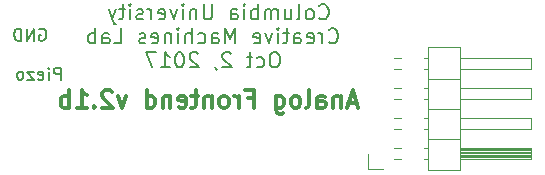
<source format=gbr>
G04 #@! TF.FileFunction,Legend,Bot*
%FSLAX46Y46*%
G04 Gerber Fmt 4.6, Leading zero omitted, Abs format (unit mm)*
G04 Created by KiCad (PCBNEW 4.0.7) date Thursday, November 02, 2017 'PMt' 11:05:42 PM*
%MOMM*%
%LPD*%
G01*
G04 APERTURE LIST*
%ADD10C,0.100000*%
%ADD11C,0.203200*%
%ADD12C,0.300000*%
%ADD13C,0.127000*%
%ADD14C,0.120000*%
G04 APERTURE END LIST*
D10*
D11*
X135037285Y-102059619D02*
X135037285Y-101043619D01*
X134650238Y-101043619D01*
X134553476Y-101092000D01*
X134505095Y-101140381D01*
X134456714Y-101237143D01*
X134456714Y-101382286D01*
X134505095Y-101479048D01*
X134553476Y-101527429D01*
X134650238Y-101575810D01*
X135037285Y-101575810D01*
X134021285Y-102059619D02*
X134021285Y-101382286D01*
X134021285Y-101043619D02*
X134069666Y-101092000D01*
X134021285Y-101140381D01*
X133972904Y-101092000D01*
X134021285Y-101043619D01*
X134021285Y-101140381D01*
X133150428Y-102011238D02*
X133247190Y-102059619D01*
X133440713Y-102059619D01*
X133537475Y-102011238D01*
X133585856Y-101914476D01*
X133585856Y-101527429D01*
X133537475Y-101430667D01*
X133440713Y-101382286D01*
X133247190Y-101382286D01*
X133150428Y-101430667D01*
X133102047Y-101527429D01*
X133102047Y-101624190D01*
X133585856Y-101720952D01*
X132763380Y-101382286D02*
X132231190Y-101382286D01*
X132763380Y-102059619D01*
X132231190Y-102059619D01*
X131698999Y-102059619D02*
X131795761Y-102011238D01*
X131844142Y-101962857D01*
X131892523Y-101866095D01*
X131892523Y-101575810D01*
X131844142Y-101479048D01*
X131795761Y-101430667D01*
X131698999Y-101382286D01*
X131553857Y-101382286D01*
X131457095Y-101430667D01*
X131408714Y-101479048D01*
X131360333Y-101575810D01*
X131360333Y-101866095D01*
X131408714Y-101962857D01*
X131457095Y-102011238D01*
X131553857Y-102059619D01*
X131698999Y-102059619D01*
X133235095Y-97790000D02*
X133331857Y-97741619D01*
X133477000Y-97741619D01*
X133622142Y-97790000D01*
X133718904Y-97886762D01*
X133767285Y-97983524D01*
X133815666Y-98177048D01*
X133815666Y-98322190D01*
X133767285Y-98515714D01*
X133718904Y-98612476D01*
X133622142Y-98709238D01*
X133477000Y-98757619D01*
X133380238Y-98757619D01*
X133235095Y-98709238D01*
X133186714Y-98660857D01*
X133186714Y-98322190D01*
X133380238Y-98322190D01*
X132751285Y-98757619D02*
X132751285Y-97741619D01*
X132170714Y-98757619D01*
X132170714Y-97741619D01*
X131686904Y-98757619D02*
X131686904Y-97741619D01*
X131444999Y-97741619D01*
X131299857Y-97790000D01*
X131203095Y-97886762D01*
X131154714Y-97983524D01*
X131106333Y-98177048D01*
X131106333Y-98322190D01*
X131154714Y-98515714D01*
X131203095Y-98612476D01*
X131299857Y-98709238D01*
X131444999Y-98757619D01*
X131686904Y-98757619D01*
D12*
X160109714Y-104009000D02*
X159395428Y-104009000D01*
X160252571Y-104437571D02*
X159752571Y-102937571D01*
X159252571Y-104437571D01*
X158752571Y-103437571D02*
X158752571Y-104437571D01*
X158752571Y-103580429D02*
X158681143Y-103509000D01*
X158538285Y-103437571D01*
X158324000Y-103437571D01*
X158181143Y-103509000D01*
X158109714Y-103651857D01*
X158109714Y-104437571D01*
X156752571Y-104437571D02*
X156752571Y-103651857D01*
X156824000Y-103509000D01*
X156966857Y-103437571D01*
X157252571Y-103437571D01*
X157395428Y-103509000D01*
X156752571Y-104366143D02*
X156895428Y-104437571D01*
X157252571Y-104437571D01*
X157395428Y-104366143D01*
X157466857Y-104223286D01*
X157466857Y-104080429D01*
X157395428Y-103937571D01*
X157252571Y-103866143D01*
X156895428Y-103866143D01*
X156752571Y-103794714D01*
X155823999Y-104437571D02*
X155966857Y-104366143D01*
X156038285Y-104223286D01*
X156038285Y-102937571D01*
X155038285Y-104437571D02*
X155181143Y-104366143D01*
X155252571Y-104294714D01*
X155324000Y-104151857D01*
X155324000Y-103723286D01*
X155252571Y-103580429D01*
X155181143Y-103509000D01*
X155038285Y-103437571D01*
X154824000Y-103437571D01*
X154681143Y-103509000D01*
X154609714Y-103580429D01*
X154538285Y-103723286D01*
X154538285Y-104151857D01*
X154609714Y-104294714D01*
X154681143Y-104366143D01*
X154824000Y-104437571D01*
X155038285Y-104437571D01*
X153252571Y-103437571D02*
X153252571Y-104651857D01*
X153324000Y-104794714D01*
X153395428Y-104866143D01*
X153538285Y-104937571D01*
X153752571Y-104937571D01*
X153895428Y-104866143D01*
X153252571Y-104366143D02*
X153395428Y-104437571D01*
X153681142Y-104437571D01*
X153824000Y-104366143D01*
X153895428Y-104294714D01*
X153966857Y-104151857D01*
X153966857Y-103723286D01*
X153895428Y-103580429D01*
X153824000Y-103509000D01*
X153681142Y-103437571D01*
X153395428Y-103437571D01*
X153252571Y-103509000D01*
X150895428Y-103651857D02*
X151395428Y-103651857D01*
X151395428Y-104437571D02*
X151395428Y-102937571D01*
X150681142Y-102937571D01*
X150109714Y-104437571D02*
X150109714Y-103437571D01*
X150109714Y-103723286D02*
X150038286Y-103580429D01*
X149966857Y-103509000D01*
X149824000Y-103437571D01*
X149681143Y-103437571D01*
X148966857Y-104437571D02*
X149109715Y-104366143D01*
X149181143Y-104294714D01*
X149252572Y-104151857D01*
X149252572Y-103723286D01*
X149181143Y-103580429D01*
X149109715Y-103509000D01*
X148966857Y-103437571D01*
X148752572Y-103437571D01*
X148609715Y-103509000D01*
X148538286Y-103580429D01*
X148466857Y-103723286D01*
X148466857Y-104151857D01*
X148538286Y-104294714D01*
X148609715Y-104366143D01*
X148752572Y-104437571D01*
X148966857Y-104437571D01*
X147824000Y-103437571D02*
X147824000Y-104437571D01*
X147824000Y-103580429D02*
X147752572Y-103509000D01*
X147609714Y-103437571D01*
X147395429Y-103437571D01*
X147252572Y-103509000D01*
X147181143Y-103651857D01*
X147181143Y-104437571D01*
X146681143Y-103437571D02*
X146109714Y-103437571D01*
X146466857Y-102937571D02*
X146466857Y-104223286D01*
X146395429Y-104366143D01*
X146252571Y-104437571D01*
X146109714Y-104437571D01*
X145038286Y-104366143D02*
X145181143Y-104437571D01*
X145466857Y-104437571D01*
X145609714Y-104366143D01*
X145681143Y-104223286D01*
X145681143Y-103651857D01*
X145609714Y-103509000D01*
X145466857Y-103437571D01*
X145181143Y-103437571D01*
X145038286Y-103509000D01*
X144966857Y-103651857D01*
X144966857Y-103794714D01*
X145681143Y-103937571D01*
X144324000Y-103437571D02*
X144324000Y-104437571D01*
X144324000Y-103580429D02*
X144252572Y-103509000D01*
X144109714Y-103437571D01*
X143895429Y-103437571D01*
X143752572Y-103509000D01*
X143681143Y-103651857D01*
X143681143Y-104437571D01*
X142324000Y-104437571D02*
X142324000Y-102937571D01*
X142324000Y-104366143D02*
X142466857Y-104437571D01*
X142752571Y-104437571D01*
X142895429Y-104366143D01*
X142966857Y-104294714D01*
X143038286Y-104151857D01*
X143038286Y-103723286D01*
X142966857Y-103580429D01*
X142895429Y-103509000D01*
X142752571Y-103437571D01*
X142466857Y-103437571D01*
X142324000Y-103509000D01*
X140609714Y-103437571D02*
X140252571Y-104437571D01*
X139895429Y-103437571D01*
X139395429Y-103080429D02*
X139324000Y-103009000D01*
X139181143Y-102937571D01*
X138824000Y-102937571D01*
X138681143Y-103009000D01*
X138609714Y-103080429D01*
X138538286Y-103223286D01*
X138538286Y-103366143D01*
X138609714Y-103580429D01*
X139466857Y-104437571D01*
X138538286Y-104437571D01*
X137895429Y-104294714D02*
X137824001Y-104366143D01*
X137895429Y-104437571D01*
X137966858Y-104366143D01*
X137895429Y-104294714D01*
X137895429Y-104437571D01*
X136395429Y-104437571D02*
X137252572Y-104437571D01*
X136824000Y-104437571D02*
X136824000Y-102937571D01*
X136966857Y-103151857D01*
X137109715Y-103294714D01*
X137252572Y-103366143D01*
X135752572Y-104437571D02*
X135752572Y-102937571D01*
X135752572Y-103509000D02*
X135609715Y-103437571D01*
X135324001Y-103437571D01*
X135181144Y-103509000D01*
X135109715Y-103580429D01*
X135038286Y-103723286D01*
X135038286Y-104151857D01*
X135109715Y-104294714D01*
X135181144Y-104366143D01*
X135324001Y-104437571D01*
X135609715Y-104437571D01*
X135752572Y-104366143D01*
D13*
X156935714Y-96846571D02*
X156996190Y-96907048D01*
X157177619Y-96967524D01*
X157298571Y-96967524D01*
X157479999Y-96907048D01*
X157600952Y-96786095D01*
X157661428Y-96665143D01*
X157721904Y-96423238D01*
X157721904Y-96241810D01*
X157661428Y-95999905D01*
X157600952Y-95878952D01*
X157479999Y-95758000D01*
X157298571Y-95697524D01*
X157177619Y-95697524D01*
X156996190Y-95758000D01*
X156935714Y-95818476D01*
X156209999Y-96967524D02*
X156330952Y-96907048D01*
X156391428Y-96846571D01*
X156451904Y-96725619D01*
X156451904Y-96362762D01*
X156391428Y-96241810D01*
X156330952Y-96181333D01*
X156209999Y-96120857D01*
X156028571Y-96120857D01*
X155907619Y-96181333D01*
X155847142Y-96241810D01*
X155786666Y-96362762D01*
X155786666Y-96725619D01*
X155847142Y-96846571D01*
X155907619Y-96907048D01*
X156028571Y-96967524D01*
X156209999Y-96967524D01*
X155060951Y-96967524D02*
X155181904Y-96907048D01*
X155242380Y-96786095D01*
X155242380Y-95697524D01*
X154032856Y-96120857D02*
X154032856Y-96967524D01*
X154577142Y-96120857D02*
X154577142Y-96786095D01*
X154516666Y-96907048D01*
X154395713Y-96967524D01*
X154214285Y-96967524D01*
X154093333Y-96907048D01*
X154032856Y-96846571D01*
X153428094Y-96967524D02*
X153428094Y-96120857D01*
X153428094Y-96241810D02*
X153367618Y-96181333D01*
X153246665Y-96120857D01*
X153065237Y-96120857D01*
X152944285Y-96181333D01*
X152883808Y-96302286D01*
X152883808Y-96967524D01*
X152883808Y-96302286D02*
X152823332Y-96181333D01*
X152702380Y-96120857D01*
X152520951Y-96120857D01*
X152399999Y-96181333D01*
X152339523Y-96302286D01*
X152339523Y-96967524D01*
X151734761Y-96967524D02*
X151734761Y-95697524D01*
X151734761Y-96181333D02*
X151613809Y-96120857D01*
X151371904Y-96120857D01*
X151250952Y-96181333D01*
X151190475Y-96241810D01*
X151129999Y-96362762D01*
X151129999Y-96725619D01*
X151190475Y-96846571D01*
X151250952Y-96907048D01*
X151371904Y-96967524D01*
X151613809Y-96967524D01*
X151734761Y-96907048D01*
X150585713Y-96967524D02*
X150585713Y-96120857D01*
X150585713Y-95697524D02*
X150646189Y-95758000D01*
X150585713Y-95818476D01*
X150525237Y-95758000D01*
X150585713Y-95697524D01*
X150585713Y-95818476D01*
X149436665Y-96967524D02*
X149436665Y-96302286D01*
X149497142Y-96181333D01*
X149618094Y-96120857D01*
X149859999Y-96120857D01*
X149980951Y-96181333D01*
X149436665Y-96907048D02*
X149557618Y-96967524D01*
X149859999Y-96967524D01*
X149980951Y-96907048D01*
X150041427Y-96786095D01*
X150041427Y-96665143D01*
X149980951Y-96544190D01*
X149859999Y-96483714D01*
X149557618Y-96483714D01*
X149436665Y-96423238D01*
X147864284Y-95697524D02*
X147864284Y-96725619D01*
X147803808Y-96846571D01*
X147743332Y-96907048D01*
X147622379Y-96967524D01*
X147380475Y-96967524D01*
X147259522Y-96907048D01*
X147199046Y-96846571D01*
X147138570Y-96725619D01*
X147138570Y-95697524D01*
X146533808Y-96120857D02*
X146533808Y-96967524D01*
X146533808Y-96241810D02*
X146473332Y-96181333D01*
X146352379Y-96120857D01*
X146170951Y-96120857D01*
X146049999Y-96181333D01*
X145989522Y-96302286D01*
X145989522Y-96967524D01*
X145384760Y-96967524D02*
X145384760Y-96120857D01*
X145384760Y-95697524D02*
X145445236Y-95758000D01*
X145384760Y-95818476D01*
X145324284Y-95758000D01*
X145384760Y-95697524D01*
X145384760Y-95818476D01*
X144900950Y-96120857D02*
X144598569Y-96967524D01*
X144296189Y-96120857D01*
X143328570Y-96907048D02*
X143449522Y-96967524D01*
X143691427Y-96967524D01*
X143812379Y-96907048D01*
X143872855Y-96786095D01*
X143872855Y-96302286D01*
X143812379Y-96181333D01*
X143691427Y-96120857D01*
X143449522Y-96120857D01*
X143328570Y-96181333D01*
X143268093Y-96302286D01*
X143268093Y-96423238D01*
X143872855Y-96544190D01*
X142723808Y-96967524D02*
X142723808Y-96120857D01*
X142723808Y-96362762D02*
X142663332Y-96241810D01*
X142602856Y-96181333D01*
X142481903Y-96120857D01*
X142360951Y-96120857D01*
X141998094Y-96907048D02*
X141877142Y-96967524D01*
X141635237Y-96967524D01*
X141514285Y-96907048D01*
X141453809Y-96786095D01*
X141453809Y-96725619D01*
X141514285Y-96604667D01*
X141635237Y-96544190D01*
X141816666Y-96544190D01*
X141937618Y-96483714D01*
X141998094Y-96362762D01*
X141998094Y-96302286D01*
X141937618Y-96181333D01*
X141816666Y-96120857D01*
X141635237Y-96120857D01*
X141514285Y-96181333D01*
X140909523Y-96967524D02*
X140909523Y-96120857D01*
X140909523Y-95697524D02*
X140969999Y-95758000D01*
X140909523Y-95818476D01*
X140849047Y-95758000D01*
X140909523Y-95697524D01*
X140909523Y-95818476D01*
X140486190Y-96120857D02*
X140002380Y-96120857D01*
X140304761Y-95697524D02*
X140304761Y-96786095D01*
X140244285Y-96907048D01*
X140123332Y-96967524D01*
X140002380Y-96967524D01*
X139699999Y-96120857D02*
X139397618Y-96967524D01*
X139095238Y-96120857D02*
X139397618Y-96967524D01*
X139518571Y-97269905D01*
X139579047Y-97330381D01*
X139699999Y-97390857D01*
X157752143Y-98878571D02*
X157812619Y-98939048D01*
X157994048Y-98999524D01*
X158115000Y-98999524D01*
X158296428Y-98939048D01*
X158417381Y-98818095D01*
X158477857Y-98697143D01*
X158538333Y-98455238D01*
X158538333Y-98273810D01*
X158477857Y-98031905D01*
X158417381Y-97910952D01*
X158296428Y-97790000D01*
X158115000Y-97729524D01*
X157994048Y-97729524D01*
X157812619Y-97790000D01*
X157752143Y-97850476D01*
X157207857Y-98999524D02*
X157207857Y-98152857D01*
X157207857Y-98394762D02*
X157147381Y-98273810D01*
X157086905Y-98213333D01*
X156965952Y-98152857D01*
X156845000Y-98152857D01*
X155937858Y-98939048D02*
X156058810Y-98999524D01*
X156300715Y-98999524D01*
X156421667Y-98939048D01*
X156482143Y-98818095D01*
X156482143Y-98334286D01*
X156421667Y-98213333D01*
X156300715Y-98152857D01*
X156058810Y-98152857D01*
X155937858Y-98213333D01*
X155877381Y-98334286D01*
X155877381Y-98455238D01*
X156482143Y-98576190D01*
X154788810Y-98999524D02*
X154788810Y-98334286D01*
X154849287Y-98213333D01*
X154970239Y-98152857D01*
X155212144Y-98152857D01*
X155333096Y-98213333D01*
X154788810Y-98939048D02*
X154909763Y-98999524D01*
X155212144Y-98999524D01*
X155333096Y-98939048D01*
X155393572Y-98818095D01*
X155393572Y-98697143D01*
X155333096Y-98576190D01*
X155212144Y-98515714D01*
X154909763Y-98515714D01*
X154788810Y-98455238D01*
X154365477Y-98152857D02*
X153881667Y-98152857D01*
X154184048Y-97729524D02*
X154184048Y-98818095D01*
X154123572Y-98939048D01*
X154002619Y-98999524D01*
X153881667Y-98999524D01*
X153458334Y-98999524D02*
X153458334Y-98152857D01*
X153458334Y-97729524D02*
X153518810Y-97790000D01*
X153458334Y-97850476D01*
X153397858Y-97790000D01*
X153458334Y-97729524D01*
X153458334Y-97850476D01*
X152974524Y-98152857D02*
X152672143Y-98999524D01*
X152369763Y-98152857D01*
X151402144Y-98939048D02*
X151523096Y-98999524D01*
X151765001Y-98999524D01*
X151885953Y-98939048D01*
X151946429Y-98818095D01*
X151946429Y-98334286D01*
X151885953Y-98213333D01*
X151765001Y-98152857D01*
X151523096Y-98152857D01*
X151402144Y-98213333D01*
X151341667Y-98334286D01*
X151341667Y-98455238D01*
X151946429Y-98576190D01*
X149829763Y-98999524D02*
X149829763Y-97729524D01*
X149406430Y-98636667D01*
X148983096Y-97729524D01*
X148983096Y-98999524D01*
X147834048Y-98999524D02*
X147834048Y-98334286D01*
X147894525Y-98213333D01*
X148015477Y-98152857D01*
X148257382Y-98152857D01*
X148378334Y-98213333D01*
X147834048Y-98939048D02*
X147955001Y-98999524D01*
X148257382Y-98999524D01*
X148378334Y-98939048D01*
X148438810Y-98818095D01*
X148438810Y-98697143D01*
X148378334Y-98576190D01*
X148257382Y-98515714D01*
X147955001Y-98515714D01*
X147834048Y-98455238D01*
X146685000Y-98939048D02*
X146805953Y-98999524D01*
X147047857Y-98999524D01*
X147168810Y-98939048D01*
X147229286Y-98878571D01*
X147289762Y-98757619D01*
X147289762Y-98394762D01*
X147229286Y-98273810D01*
X147168810Y-98213333D01*
X147047857Y-98152857D01*
X146805953Y-98152857D01*
X146685000Y-98213333D01*
X146140715Y-98999524D02*
X146140715Y-97729524D01*
X145596429Y-98999524D02*
X145596429Y-98334286D01*
X145656906Y-98213333D01*
X145777858Y-98152857D01*
X145959286Y-98152857D01*
X146080239Y-98213333D01*
X146140715Y-98273810D01*
X144991667Y-98999524D02*
X144991667Y-98152857D01*
X144991667Y-97729524D02*
X145052143Y-97790000D01*
X144991667Y-97850476D01*
X144931191Y-97790000D01*
X144991667Y-97729524D01*
X144991667Y-97850476D01*
X144386905Y-98152857D02*
X144386905Y-98999524D01*
X144386905Y-98273810D02*
X144326429Y-98213333D01*
X144205476Y-98152857D01*
X144024048Y-98152857D01*
X143903096Y-98213333D01*
X143842619Y-98334286D01*
X143842619Y-98999524D01*
X142754048Y-98939048D02*
X142875000Y-98999524D01*
X143116905Y-98999524D01*
X143237857Y-98939048D01*
X143298333Y-98818095D01*
X143298333Y-98334286D01*
X143237857Y-98213333D01*
X143116905Y-98152857D01*
X142875000Y-98152857D01*
X142754048Y-98213333D01*
X142693571Y-98334286D01*
X142693571Y-98455238D01*
X143298333Y-98576190D01*
X142209762Y-98939048D02*
X142088810Y-98999524D01*
X141846905Y-98999524D01*
X141725953Y-98939048D01*
X141665477Y-98818095D01*
X141665477Y-98757619D01*
X141725953Y-98636667D01*
X141846905Y-98576190D01*
X142028334Y-98576190D01*
X142149286Y-98515714D01*
X142209762Y-98394762D01*
X142209762Y-98334286D01*
X142149286Y-98213333D01*
X142028334Y-98152857D01*
X141846905Y-98152857D01*
X141725953Y-98213333D01*
X139548810Y-98999524D02*
X140153572Y-98999524D01*
X140153572Y-97729524D01*
X138581191Y-98999524D02*
X138581191Y-98334286D01*
X138641668Y-98213333D01*
X138762620Y-98152857D01*
X139004525Y-98152857D01*
X139125477Y-98213333D01*
X138581191Y-98939048D02*
X138702144Y-98999524D01*
X139004525Y-98999524D01*
X139125477Y-98939048D01*
X139185953Y-98818095D01*
X139185953Y-98697143D01*
X139125477Y-98576190D01*
X139004525Y-98515714D01*
X138702144Y-98515714D01*
X138581191Y-98455238D01*
X137976429Y-98999524D02*
X137976429Y-97729524D01*
X137976429Y-98213333D02*
X137855477Y-98152857D01*
X137613572Y-98152857D01*
X137492620Y-98213333D01*
X137432143Y-98273810D01*
X137371667Y-98394762D01*
X137371667Y-98757619D01*
X137432143Y-98878571D01*
X137492620Y-98939048D01*
X137613572Y-98999524D01*
X137855477Y-98999524D01*
X137976429Y-98939048D01*
X153276904Y-99761524D02*
X153035000Y-99761524D01*
X152914047Y-99822000D01*
X152793095Y-99942952D01*
X152732619Y-100184857D01*
X152732619Y-100608190D01*
X152793095Y-100850095D01*
X152914047Y-100971048D01*
X153035000Y-101031524D01*
X153276904Y-101031524D01*
X153397857Y-100971048D01*
X153518809Y-100850095D01*
X153579285Y-100608190D01*
X153579285Y-100184857D01*
X153518809Y-99942952D01*
X153397857Y-99822000D01*
X153276904Y-99761524D01*
X151644047Y-100971048D02*
X151765000Y-101031524D01*
X152006904Y-101031524D01*
X152127857Y-100971048D01*
X152188333Y-100910571D01*
X152248809Y-100789619D01*
X152248809Y-100426762D01*
X152188333Y-100305810D01*
X152127857Y-100245333D01*
X152006904Y-100184857D01*
X151765000Y-100184857D01*
X151644047Y-100245333D01*
X151281191Y-100184857D02*
X150797381Y-100184857D01*
X151099762Y-99761524D02*
X151099762Y-100850095D01*
X151039286Y-100971048D01*
X150918333Y-101031524D01*
X150797381Y-101031524D01*
X149466905Y-99882476D02*
X149406429Y-99822000D01*
X149285477Y-99761524D01*
X148983096Y-99761524D01*
X148862143Y-99822000D01*
X148801667Y-99882476D01*
X148741191Y-100003429D01*
X148741191Y-100124381D01*
X148801667Y-100305810D01*
X149527381Y-101031524D01*
X148741191Y-101031524D01*
X148136429Y-100971048D02*
X148136429Y-101031524D01*
X148196905Y-101152476D01*
X148257381Y-101212952D01*
X146685000Y-99882476D02*
X146624524Y-99822000D01*
X146503572Y-99761524D01*
X146201191Y-99761524D01*
X146080238Y-99822000D01*
X146019762Y-99882476D01*
X145959286Y-100003429D01*
X145959286Y-100124381D01*
X146019762Y-100305810D01*
X146745476Y-101031524D01*
X145959286Y-101031524D01*
X145173095Y-99761524D02*
X145052143Y-99761524D01*
X144931191Y-99822000D01*
X144870714Y-99882476D01*
X144810238Y-100003429D01*
X144749762Y-100245333D01*
X144749762Y-100547714D01*
X144810238Y-100789619D01*
X144870714Y-100910571D01*
X144931191Y-100971048D01*
X145052143Y-101031524D01*
X145173095Y-101031524D01*
X145294048Y-100971048D01*
X145354524Y-100910571D01*
X145415000Y-100789619D01*
X145475476Y-100547714D01*
X145475476Y-100245333D01*
X145415000Y-100003429D01*
X145354524Y-99882476D01*
X145294048Y-99822000D01*
X145173095Y-99761524D01*
X143540238Y-101031524D02*
X144265952Y-101031524D01*
X143903095Y-101031524D02*
X143903095Y-99761524D01*
X144024047Y-99942952D01*
X144145000Y-100063905D01*
X144265952Y-100124381D01*
X143116904Y-99761524D02*
X142270238Y-99761524D01*
X142814523Y-101031524D01*
D14*
X166126000Y-109721000D02*
X166126000Y-107061000D01*
X166126000Y-107061000D02*
X168866000Y-107061000D01*
X168866000Y-107061000D02*
X168866000Y-109721000D01*
X168866000Y-109721000D02*
X166126000Y-109721000D01*
X168866000Y-108771000D02*
X168866000Y-107891000D01*
X168866000Y-107891000D02*
X174866000Y-107891000D01*
X174866000Y-107891000D02*
X174866000Y-108771000D01*
X174866000Y-108771000D02*
X168866000Y-108771000D01*
X165816000Y-108771000D02*
X166126000Y-108771000D01*
X165816000Y-107891000D02*
X166126000Y-107891000D01*
X163276000Y-108771000D02*
X163876000Y-108771000D01*
X163276000Y-107891000D02*
X163876000Y-107891000D01*
X168866000Y-108651000D02*
X174866000Y-108651000D01*
X168866000Y-108531000D02*
X174866000Y-108531000D01*
X168866000Y-108411000D02*
X174866000Y-108411000D01*
X168866000Y-108291000D02*
X174866000Y-108291000D01*
X168866000Y-108171000D02*
X174866000Y-108171000D01*
X168866000Y-108051000D02*
X174866000Y-108051000D01*
X168866000Y-107931000D02*
X174866000Y-107931000D01*
X166126000Y-107061000D02*
X166126000Y-104521000D01*
X166126000Y-104521000D02*
X168866000Y-104521000D01*
X168866000Y-104521000D02*
X168866000Y-107061000D01*
X168866000Y-107061000D02*
X166126000Y-107061000D01*
X168866000Y-106231000D02*
X168866000Y-105351000D01*
X168866000Y-105351000D02*
X174866000Y-105351000D01*
X174866000Y-105351000D02*
X174866000Y-106231000D01*
X174866000Y-106231000D02*
X168866000Y-106231000D01*
X165816000Y-106231000D02*
X166126000Y-106231000D01*
X165816000Y-105351000D02*
X166126000Y-105351000D01*
X163276000Y-106231000D02*
X163876000Y-106231000D01*
X163276000Y-105351000D02*
X163876000Y-105351000D01*
X166126000Y-104521000D02*
X166126000Y-101981000D01*
X166126000Y-101981000D02*
X168866000Y-101981000D01*
X168866000Y-101981000D02*
X168866000Y-104521000D01*
X168866000Y-104521000D02*
X166126000Y-104521000D01*
X168866000Y-103691000D02*
X168866000Y-102811000D01*
X168866000Y-102811000D02*
X174866000Y-102811000D01*
X174866000Y-102811000D02*
X174866000Y-103691000D01*
X174866000Y-103691000D02*
X168866000Y-103691000D01*
X165816000Y-103691000D02*
X166126000Y-103691000D01*
X165816000Y-102811000D02*
X166126000Y-102811000D01*
X163276000Y-103691000D02*
X163876000Y-103691000D01*
X163276000Y-102811000D02*
X163876000Y-102811000D01*
X166126000Y-101981000D02*
X166126000Y-99321000D01*
X166126000Y-99321000D02*
X168866000Y-99321000D01*
X168866000Y-99321000D02*
X168866000Y-101981000D01*
X168866000Y-101981000D02*
X166126000Y-101981000D01*
X168866000Y-101151000D02*
X168866000Y-100271000D01*
X168866000Y-100271000D02*
X174866000Y-100271000D01*
X174866000Y-100271000D02*
X174866000Y-101151000D01*
X174866000Y-101151000D02*
X168866000Y-101151000D01*
X165816000Y-101151000D02*
X166126000Y-101151000D01*
X165816000Y-100271000D02*
X166126000Y-100271000D01*
X163276000Y-101151000D02*
X163876000Y-101151000D01*
X163276000Y-100271000D02*
X163876000Y-100271000D01*
X161036000Y-108331000D02*
X161036000Y-109601000D01*
X161036000Y-109601000D02*
X162306000Y-109601000D01*
M02*

</source>
